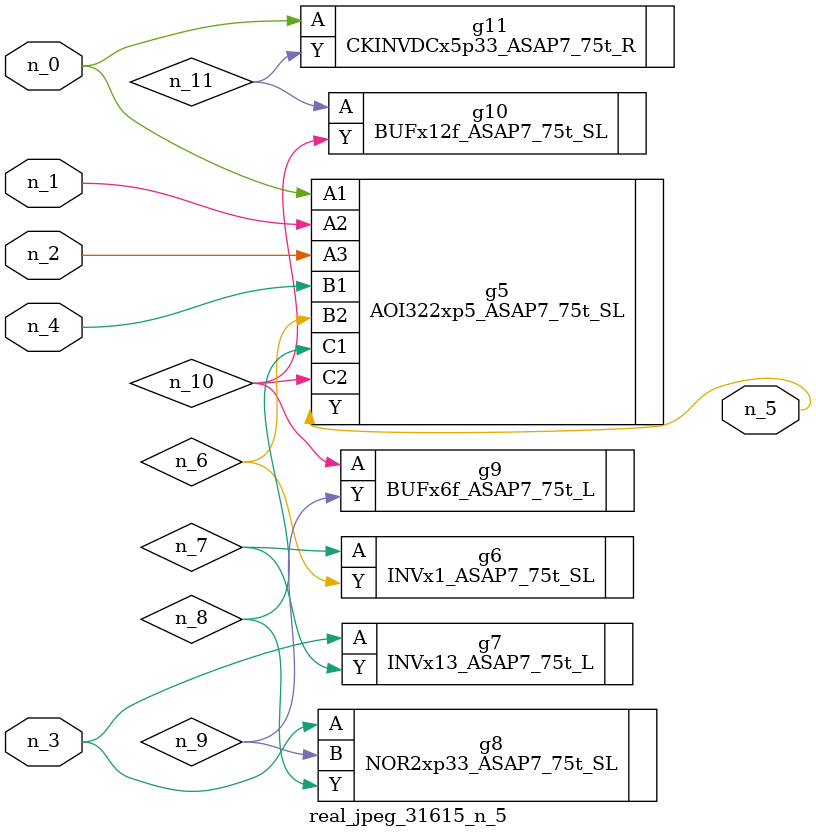
<source format=v>
module real_jpeg_31615_n_5 (n_4, n_0, n_1, n_2, n_3, n_5);

input n_4;
input n_0;
input n_1;
input n_2;
input n_3;

output n_5;

wire n_8;
wire n_11;
wire n_6;
wire n_7;
wire n_10;
wire n_9;

AOI322xp5_ASAP7_75t_SL g5 ( 
.A1(n_0),
.A2(n_1),
.A3(n_2),
.B1(n_4),
.B2(n_6),
.C1(n_8),
.C2(n_10),
.Y(n_5)
);

CKINVDCx5p33_ASAP7_75t_R g11 ( 
.A(n_0),
.Y(n_11)
);

INVx13_ASAP7_75t_L g7 ( 
.A(n_3),
.Y(n_7)
);

NOR2xp33_ASAP7_75t_SL g8 ( 
.A(n_3),
.B(n_9),
.Y(n_8)
);

INVx1_ASAP7_75t_SL g6 ( 
.A(n_7),
.Y(n_6)
);

BUFx6f_ASAP7_75t_L g9 ( 
.A(n_10),
.Y(n_9)
);

BUFx12f_ASAP7_75t_SL g10 ( 
.A(n_11),
.Y(n_10)
);


endmodule
</source>
